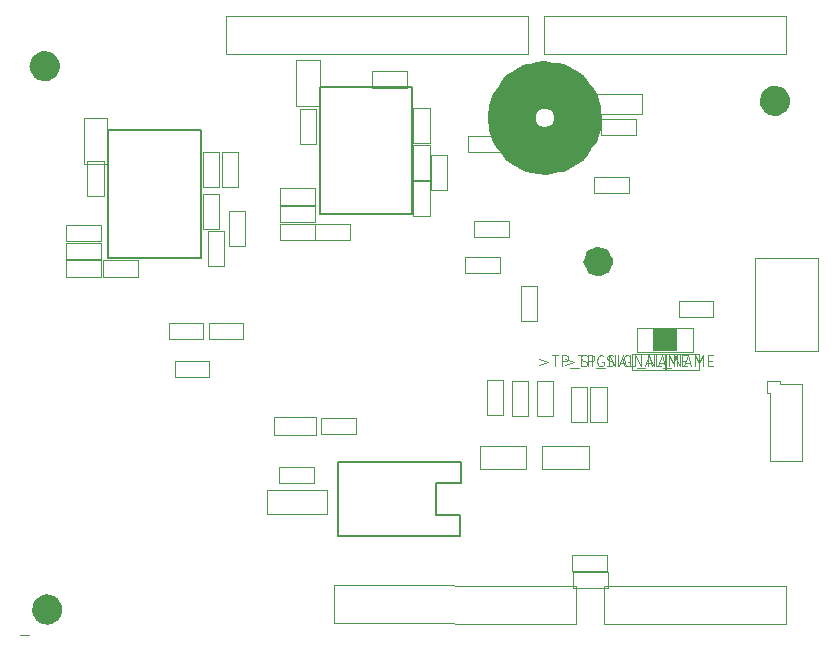
<source format=gbr>
%TF.GenerationSoftware,KiCad,Pcbnew,5.1.6-c6e7f7d~87~ubuntu20.04.1*%
%TF.CreationDate,2020-07-24T19:51:26+01:00*%
%TF.ProjectId,ETAG_GEN3,45544147-5f47-4454-9e33-2e6b69636164,rev?*%
%TF.SameCoordinates,Original*%
%TF.FileFunction,OtherDrawing,Comment*%
%FSLAX46Y46*%
G04 Gerber Fmt 4.6, Leading zero omitted, Abs format (unit mm)*
G04 Created by KiCad (PCBNEW 5.1.6-c6e7f7d~87~ubuntu20.04.1) date 2020-07-24 19:51:26*
%MOMM*%
%LPD*%
G01*
G04 APERTURE LIST*
%ADD10C,0.002032*%
%ADD11C,4.064000*%
%ADD12C,0.050000*%
%ADD13C,2.184400*%
%ADD14C,0.127000*%
%ADD15C,0.050800*%
%ADD16C,1.270000*%
%ADD17C,0.100000*%
%ADD18C,0.199800*%
%ADD19C,0.080000*%
G04 APERTURE END LIST*
D10*
X114218166Y-131735950D02*
X114218166Y-131711820D01*
X114223911Y-131711820D01*
X114227358Y-131712970D01*
X114229656Y-131715268D01*
X114230805Y-131717566D01*
X114231954Y-131722162D01*
X114231954Y-131725609D01*
X114230805Y-131730205D01*
X114229656Y-131732503D01*
X114227358Y-131734801D01*
X114223911Y-131735950D01*
X114218166Y-131735950D01*
X114242296Y-131733652D02*
X114243445Y-131734801D01*
X114242296Y-131735950D01*
X114241146Y-131734801D01*
X114242296Y-131733652D01*
X114242296Y-131735950D01*
X114242296Y-131721013D02*
X114243445Y-131722162D01*
X114242296Y-131723311D01*
X114241146Y-131722162D01*
X114242296Y-131721013D01*
X114242296Y-131723311D01*
X114271022Y-131710671D02*
X114250339Y-131741696D01*
X114277916Y-131734801D02*
X114281363Y-131735950D01*
X114287108Y-131735950D01*
X114289406Y-131734801D01*
X114290556Y-131733652D01*
X114291705Y-131731354D01*
X114291705Y-131729056D01*
X114290556Y-131726758D01*
X114289406Y-131725609D01*
X114287108Y-131724460D01*
X114282512Y-131723311D01*
X114280214Y-131722162D01*
X114279065Y-131721013D01*
X114277916Y-131718715D01*
X114277916Y-131716417D01*
X114279065Y-131714119D01*
X114280214Y-131712970D01*
X114282512Y-131711820D01*
X114288257Y-131711820D01*
X114291705Y-131712970D01*
X114302046Y-131735950D02*
X114302046Y-131719864D01*
X114302046Y-131722162D02*
X114303195Y-131721013D01*
X114305493Y-131719864D01*
X114308940Y-131719864D01*
X114311238Y-131721013D01*
X114312387Y-131723311D01*
X114312387Y-131735950D01*
X114312387Y-131723311D02*
X114313536Y-131721013D01*
X114315835Y-131719864D01*
X114319282Y-131719864D01*
X114321580Y-131721013D01*
X114322729Y-131723311D01*
X114322729Y-131735950D01*
X114344561Y-131735950D02*
X114344561Y-131723311D01*
X114343412Y-131721013D01*
X114341114Y-131719864D01*
X114336517Y-131719864D01*
X114334219Y-131721013D01*
X114344561Y-131734801D02*
X114342263Y-131735950D01*
X114336517Y-131735950D01*
X114334219Y-131734801D01*
X114333070Y-131732503D01*
X114333070Y-131730205D01*
X114334219Y-131727907D01*
X114336517Y-131726758D01*
X114342263Y-131726758D01*
X114344561Y-131725609D01*
X114356051Y-131735950D02*
X114356051Y-131719864D01*
X114356051Y-131724460D02*
X114357200Y-131722162D01*
X114358349Y-131721013D01*
X114360647Y-131719864D01*
X114362946Y-131719864D01*
X114367542Y-131719864D02*
X114376734Y-131719864D01*
X114370989Y-131711820D02*
X114370989Y-131732503D01*
X114372138Y-131734801D01*
X114374436Y-131735950D01*
X114376734Y-131735950D01*
X114384777Y-131735950D02*
X114384777Y-131711820D01*
X114393970Y-131711820D01*
X114396268Y-131712970D01*
X114397417Y-131714119D01*
X114398566Y-131716417D01*
X114398566Y-131719864D01*
X114397417Y-131722162D01*
X114396268Y-131723311D01*
X114393970Y-131724460D01*
X114384777Y-131724460D01*
X114408907Y-131735950D02*
X114408907Y-131719864D01*
X114408907Y-131724460D02*
X114410056Y-131722162D01*
X114411206Y-131721013D01*
X114413504Y-131719864D01*
X114415802Y-131719864D01*
X114427292Y-131735950D02*
X114424994Y-131734801D01*
X114423845Y-131733652D01*
X114422696Y-131731354D01*
X114422696Y-131724460D01*
X114423845Y-131722162D01*
X114424994Y-131721013D01*
X114427292Y-131719864D01*
X114430739Y-131719864D01*
X114433037Y-131721013D01*
X114434186Y-131722162D01*
X114435336Y-131724460D01*
X114435336Y-131731354D01*
X114434186Y-131733652D01*
X114433037Y-131734801D01*
X114430739Y-131735950D01*
X114427292Y-131735950D01*
X114445677Y-131719864D02*
X114445677Y-131740547D01*
X114444528Y-131742845D01*
X114442230Y-131743994D01*
X114441081Y-131743994D01*
X114445677Y-131711820D02*
X114444528Y-131712970D01*
X114445677Y-131714119D01*
X114446826Y-131712970D01*
X114445677Y-131711820D01*
X114445677Y-131714119D01*
X114466360Y-131734801D02*
X114464062Y-131735950D01*
X114459466Y-131735950D01*
X114457167Y-131734801D01*
X114456018Y-131732503D01*
X114456018Y-131723311D01*
X114457167Y-131721013D01*
X114459466Y-131719864D01*
X114464062Y-131719864D01*
X114466360Y-131721013D01*
X114467509Y-131723311D01*
X114467509Y-131725609D01*
X114456018Y-131727907D01*
X114488192Y-131734801D02*
X114485894Y-131735950D01*
X114481297Y-131735950D01*
X114478999Y-131734801D01*
X114477850Y-131733652D01*
X114476701Y-131731354D01*
X114476701Y-131724460D01*
X114477850Y-131722162D01*
X114478999Y-131721013D01*
X114481297Y-131719864D01*
X114485894Y-131719864D01*
X114488192Y-131721013D01*
X114495086Y-131719864D02*
X114504278Y-131719864D01*
X114498533Y-131711820D02*
X114498533Y-131732503D01*
X114499682Y-131734801D01*
X114501980Y-131735950D01*
X114504278Y-131735950D01*
X114511173Y-131734801D02*
X114513471Y-131735950D01*
X114518067Y-131735950D01*
X114520365Y-131734801D01*
X114521514Y-131732503D01*
X114521514Y-131731354D01*
X114520365Y-131729056D01*
X114518067Y-131727907D01*
X114514620Y-131727907D01*
X114512322Y-131726758D01*
X114511173Y-131724460D01*
X114511173Y-131723311D01*
X114512322Y-131721013D01*
X114514620Y-131719864D01*
X114518067Y-131719864D01*
X114520365Y-131721013D01*
X114549091Y-131710671D02*
X114528408Y-131741696D01*
X114555986Y-131734801D02*
X114559433Y-131735950D01*
X114565178Y-131735950D01*
X114567476Y-131734801D01*
X114568625Y-131733652D01*
X114569774Y-131731354D01*
X114569774Y-131729056D01*
X114568625Y-131726758D01*
X114567476Y-131725609D01*
X114565178Y-131724460D01*
X114560582Y-131723311D01*
X114558284Y-131722162D01*
X114557135Y-131721013D01*
X114555986Y-131718715D01*
X114555986Y-131716417D01*
X114557135Y-131714119D01*
X114558284Y-131712970D01*
X114560582Y-131711820D01*
X114566327Y-131711820D01*
X114569774Y-131712970D01*
X114580116Y-131719864D02*
X114580116Y-131735950D01*
X114580116Y-131722162D02*
X114581265Y-131721013D01*
X114583563Y-131719864D01*
X114587010Y-131719864D01*
X114589308Y-131721013D01*
X114590457Y-131723311D01*
X114590457Y-131735950D01*
X114612289Y-131734801D02*
X114609991Y-131735950D01*
X114605395Y-131735950D01*
X114603096Y-131734801D01*
X114601947Y-131733652D01*
X114600798Y-131731354D01*
X114600798Y-131724460D01*
X114601947Y-131722162D01*
X114603096Y-131721013D01*
X114605395Y-131719864D01*
X114609991Y-131719864D01*
X114612289Y-131721013D01*
X114639866Y-131710671D02*
X114619183Y-131741696D01*
X114658251Y-131735950D02*
X114658251Y-131723311D01*
X114657102Y-131721013D01*
X114654804Y-131719864D01*
X114650207Y-131719864D01*
X114647909Y-131721013D01*
X114658251Y-131734801D02*
X114655953Y-131735950D01*
X114650207Y-131735950D01*
X114647909Y-131734801D01*
X114646760Y-131732503D01*
X114646760Y-131730205D01*
X114647909Y-131727907D01*
X114650207Y-131726758D01*
X114655953Y-131726758D01*
X114658251Y-131725609D01*
X114680083Y-131719864D02*
X114680083Y-131735950D01*
X114674337Y-131710671D02*
X114668592Y-131727907D01*
X114683530Y-131727907D01*
X114686977Y-131738249D02*
X114705362Y-131738249D01*
X114711107Y-131735950D02*
X114711107Y-131711820D01*
X114711107Y-131721013D02*
X114713405Y-131719864D01*
X114718001Y-131719864D01*
X114720299Y-131721013D01*
X114721448Y-131722162D01*
X114722597Y-131724460D01*
X114722597Y-131731354D01*
X114721448Y-131733652D01*
X114720299Y-131734801D01*
X114718001Y-131735950D01*
X114713405Y-131735950D01*
X114711107Y-131734801D01*
X114732939Y-131719864D02*
X114732939Y-131735950D01*
X114732939Y-131722162D02*
X114734088Y-131721013D01*
X114736386Y-131719864D01*
X114739833Y-131719864D01*
X114742131Y-131721013D01*
X114743280Y-131723311D01*
X114743280Y-131735950D01*
X114749026Y-131738249D02*
X114767410Y-131738249D01*
X114776603Y-131735950D02*
X114774305Y-131734801D01*
X114773156Y-131732503D01*
X114773156Y-131711820D01*
X114789242Y-131735950D02*
X114786944Y-131734801D01*
X114785795Y-131733652D01*
X114784646Y-131731354D01*
X114784646Y-131724460D01*
X114785795Y-131722162D01*
X114786944Y-131721013D01*
X114789242Y-131719864D01*
X114792689Y-131719864D01*
X114794987Y-131721013D01*
X114796136Y-131722162D01*
X114797286Y-131724460D01*
X114797286Y-131731354D01*
X114796136Y-131733652D01*
X114794987Y-131734801D01*
X114792689Y-131735950D01*
X114789242Y-131735950D01*
X114817968Y-131719864D02*
X114817968Y-131739398D01*
X114816819Y-131741696D01*
X114815670Y-131742845D01*
X114813372Y-131743994D01*
X114809925Y-131743994D01*
X114807627Y-131742845D01*
X114817968Y-131734801D02*
X114815670Y-131735950D01*
X114811074Y-131735950D01*
X114808776Y-131734801D01*
X114807627Y-131733652D01*
X114806478Y-131731354D01*
X114806478Y-131724460D01*
X114807627Y-131722162D01*
X114808776Y-131721013D01*
X114811074Y-131719864D01*
X114815670Y-131719864D01*
X114817968Y-131721013D01*
X114832906Y-131735950D02*
X114830608Y-131734801D01*
X114829459Y-131733652D01*
X114828310Y-131731354D01*
X114828310Y-131724460D01*
X114829459Y-131722162D01*
X114830608Y-131721013D01*
X114832906Y-131719864D01*
X114836353Y-131719864D01*
X114838651Y-131721013D01*
X114839800Y-131722162D01*
X114840949Y-131724460D01*
X114840949Y-131731354D01*
X114839800Y-131733652D01*
X114838651Y-131734801D01*
X114836353Y-131735950D01*
X114832906Y-131735950D01*
X114850142Y-131714119D02*
X114851291Y-131712970D01*
X114853589Y-131711820D01*
X114859334Y-131711820D01*
X114861632Y-131712970D01*
X114862781Y-131714119D01*
X114863930Y-131716417D01*
X114863930Y-131718715D01*
X114862781Y-131722162D01*
X114848993Y-131735950D01*
X114863930Y-131735950D01*
X114874272Y-131733652D02*
X114875421Y-131734801D01*
X114874272Y-131735950D01*
X114873123Y-131734801D01*
X114874272Y-131733652D01*
X114874272Y-131735950D01*
X114885762Y-131735950D02*
X114885762Y-131711820D01*
X114885762Y-131721013D02*
X114888060Y-131719864D01*
X114892656Y-131719864D01*
X114894955Y-131721013D01*
X114896104Y-131722162D01*
X114897253Y-131724460D01*
X114897253Y-131731354D01*
X114896104Y-131733652D01*
X114894955Y-131734801D01*
X114892656Y-131735950D01*
X114888060Y-131735950D01*
X114885762Y-131734801D01*
X114907594Y-131735950D02*
X114907594Y-131719864D01*
X114907594Y-131722162D02*
X114908743Y-131721013D01*
X114911041Y-131719864D01*
X114914488Y-131719864D01*
X114916786Y-131721013D01*
X114917936Y-131723311D01*
X114917936Y-131735950D01*
X114917936Y-131723311D02*
X114919085Y-131721013D01*
X114921383Y-131719864D01*
X114924830Y-131719864D01*
X114927128Y-131721013D01*
X114928277Y-131723311D01*
X114928277Y-131735950D01*
X114939767Y-131719864D02*
X114939767Y-131743994D01*
X114939767Y-131721013D02*
X114942066Y-131719864D01*
X114946662Y-131719864D01*
X114948960Y-131721013D01*
X114950109Y-131722162D01*
X114951258Y-131724460D01*
X114951258Y-131731354D01*
X114950109Y-131733652D01*
X114948960Y-131734801D01*
X114946662Y-131735950D01*
X114942066Y-131735950D01*
X114939767Y-131734801D01*
D11*
X161455100Y-87923600D02*
G75*
G03*
X161455100Y-87923600I-2794000J0D01*
G01*
D12*
%TO.C,ICSP6*%
X176458100Y-99803600D02*
X181768100Y-99803600D01*
X176458100Y-107663600D02*
X176458100Y-99803600D01*
X181768100Y-107663600D02*
X176458100Y-107663600D01*
X181768100Y-99803600D02*
X181768100Y-107663600D01*
%TO.C,HDR_IOL1*%
X179091100Y-79303600D02*
X179091100Y-82503600D01*
X158551100Y-79273600D02*
X179091100Y-79303600D01*
X158551100Y-82473600D02*
X158551100Y-79273600D01*
X179091100Y-82503600D02*
X158551100Y-82473600D01*
%TO.C,HDR_IOH1*%
X157237100Y-79273600D02*
X157237100Y-82473600D01*
X131637100Y-79273600D02*
X157237100Y-79273600D01*
X131637100Y-82473600D02*
X131637100Y-79273600D01*
X157237100Y-82473600D02*
X131637100Y-82473600D01*
%TO.C,HDR_AD1*%
X163631100Y-130733600D02*
X163631100Y-127533600D01*
X179091100Y-130733600D02*
X163631100Y-130733600D01*
X179091100Y-127533600D02*
X179091100Y-130733600D01*
X163631100Y-127533600D02*
X179091100Y-127533600D01*
D13*
%TO.C,FD1*%
X116510100Y-83542600D02*
G75*
G03*
X116510100Y-83542600I-200000J0D01*
G01*
%TO.C,FD2*%
X116716100Y-129547600D02*
G75*
G03*
X116716100Y-129547600I-200000J0D01*
G01*
%TO.C,FD3*%
X178333100Y-86482600D02*
G75*
G03*
X178333100Y-86482600I-200000J0D01*
G01*
D14*
%TO.C,RESET1*%
X151524100Y-117064600D02*
X141134100Y-117064600D01*
X151524100Y-118834600D02*
X151524100Y-117064600D01*
X149484100Y-118834600D02*
X151524100Y-118834600D01*
X149484100Y-121574600D02*
X149484100Y-118834600D01*
X151514100Y-121574600D02*
X149484100Y-121574600D01*
X151514100Y-123354600D02*
X151514100Y-121574600D01*
X141134100Y-123354600D02*
X151514100Y-123354600D01*
X141134100Y-117064600D02*
X141134100Y-123354600D01*
D12*
%TO.C,HDR_POWER1*%
X140771100Y-130703600D02*
X140771100Y-127503600D01*
X161311100Y-130733600D02*
X140771100Y-130703600D01*
X161311100Y-127533600D02*
X161311100Y-130733600D01*
X140771100Y-127503600D02*
X161311100Y-127533600D01*
D15*
%TO.C,D1*%
X135154100Y-121495000D02*
X135154100Y-119412200D01*
X140234100Y-121495000D02*
X135154100Y-121495000D01*
X140234100Y-119412200D02*
X140234100Y-121495000D01*
X135154100Y-119412200D02*
X140234100Y-119412200D01*
D16*
%TO.C,MCU1*%
X163816100Y-100081800D02*
G75*
G03*
X163816100Y-100081800I-635000J0D01*
G01*
D15*
%TO.C,C11*%
X160896700Y-110744200D02*
X162262700Y-110744200D01*
X160896700Y-113690200D02*
X160896700Y-110744200D01*
X162262700Y-113690200D02*
X160896700Y-113690200D01*
X162262700Y-110744200D02*
X162262700Y-113690200D01*
%TO.C,C5*%
X157962400Y-105096000D02*
X156596400Y-105096000D01*
X157962400Y-102150000D02*
X157962400Y-105096000D01*
X156596400Y-102150000D02*
X157962400Y-102150000D01*
X156596400Y-105096000D02*
X156596400Y-102150000D01*
%TO.C,C6*%
X172928300Y-103452800D02*
X172928300Y-104818800D01*
X169982300Y-103452800D02*
X172928300Y-103452800D01*
X169982300Y-104818800D02*
X169982300Y-103452800D01*
X172928300Y-104818800D02*
X169982300Y-104818800D01*
%TO.C,Y4*%
X166431100Y-107766600D02*
X166431100Y-105696600D01*
X171211100Y-107766600D02*
X166431100Y-107766600D01*
X171211100Y-105696600D02*
X171211100Y-107766600D01*
X166431100Y-105696600D02*
X171211100Y-105696600D01*
D17*
G36*
X167821100Y-107636600D02*
G01*
X169821100Y-107636600D01*
X169821100Y-105836600D01*
X167821100Y-105836600D01*
X167821100Y-107636600D01*
G37*
G36*
X167821100Y-107636600D02*
G01*
X169821100Y-107636600D01*
X169821100Y-105836600D01*
X167821100Y-105836600D01*
X167821100Y-107636600D01*
G37*
G36*
X167821100Y-107636600D02*
G01*
X169821100Y-107636600D01*
X169821100Y-105836600D01*
X167821100Y-105836600D01*
X167821100Y-107636600D01*
G37*
D15*
%TO.C,C9*%
X168945100Y-107931600D02*
X168945100Y-109297600D01*
X165999100Y-107931600D02*
X168945100Y-107931600D01*
X165999100Y-109297600D02*
X165999100Y-107931600D01*
X168945100Y-109297600D02*
X165999100Y-109297600D01*
%TO.C,C10*%
X168797100Y-109297600D02*
X168797100Y-107931600D01*
X171743100Y-109297600D02*
X168797100Y-109297600D01*
X171743100Y-107931600D02*
X171743100Y-109297600D01*
X168797100Y-107931600D02*
X171743100Y-107931600D01*
%TO.C,LED1*%
X135713750Y-113280650D02*
X139282450Y-113280650D01*
X135713750Y-114760200D02*
X135713750Y-113280650D01*
X139282450Y-114760200D02*
X135713750Y-114760200D01*
X139282450Y-113280650D02*
X139282450Y-114760200D01*
%TO.C,RP_SCL1*%
X155595100Y-96637600D02*
X155595100Y-98003600D01*
X152649100Y-96637600D02*
X155595100Y-96637600D01*
X152649100Y-98003600D02*
X152649100Y-96637600D01*
X155595100Y-98003600D02*
X152649100Y-98003600D01*
%TO.C,RP_SDA1*%
X154870100Y-99709600D02*
X154870100Y-101075600D01*
X151924100Y-99709600D02*
X154870100Y-99709600D01*
X151924100Y-101075600D02*
X151924100Y-99709600D01*
X154870100Y-101075600D02*
X151924100Y-101075600D01*
%TO.C,C7*%
X126803300Y-106645200D02*
X126803300Y-105279200D01*
X129749300Y-106645200D02*
X126803300Y-106645200D01*
X129749300Y-105279200D02*
X129749300Y-106645200D01*
X126803300Y-105279200D02*
X129749300Y-105279200D01*
%TO.C,C1*%
X162520500Y-110717800D02*
X163886500Y-110717800D01*
X162520500Y-113663800D02*
X162520500Y-110717800D01*
X163886500Y-113663800D02*
X162520500Y-113663800D01*
X163886500Y-110717800D02*
X163886500Y-113663800D01*
%TO.C,R4*%
X139096100Y-117481600D02*
X139096100Y-118847600D01*
X136150100Y-117481600D02*
X139096100Y-117481600D01*
X136150100Y-118847600D02*
X136150100Y-117481600D01*
X139096100Y-118847600D02*
X136150100Y-118847600D01*
%TO.C,C2*%
X162812100Y-94260600D02*
X162812100Y-92894600D01*
X165758100Y-94260600D02*
X162812100Y-94260600D01*
X165758100Y-92894600D02*
X165758100Y-94260600D01*
X162812100Y-92894600D02*
X165758100Y-92894600D01*
%TO.C,C3*%
X163419100Y-89401600D02*
X163419100Y-88035600D01*
X166365100Y-89401600D02*
X163419100Y-89401600D01*
X166365100Y-88035600D02*
X166365100Y-89401600D01*
X163419100Y-88035600D02*
X166365100Y-88035600D01*
%TO.C,CREF1*%
X162044100Y-87565600D02*
X162044100Y-85885600D01*
X166924100Y-87565600D02*
X162044100Y-87565600D01*
X166924100Y-85885600D02*
X166924100Y-87565600D01*
X162044100Y-85885600D02*
X166924100Y-85885600D01*
%TO.C,R2*%
X155854100Y-110189600D02*
X157220100Y-110189600D01*
X155854100Y-113135600D02*
X155854100Y-110189600D01*
X157220100Y-113135600D02*
X155854100Y-113135600D01*
X157220100Y-110189600D02*
X157220100Y-113135600D01*
%TO.C,C8*%
X157978100Y-110189600D02*
X159344100Y-110189600D01*
X157978100Y-113135600D02*
X157978100Y-110189600D01*
X159344100Y-113135600D02*
X157978100Y-113135600D01*
X159344100Y-110189600D02*
X159344100Y-113135600D01*
D12*
%TO.C,ICSP10*%
X177758100Y-111213600D02*
X177508100Y-111213600D01*
X177748100Y-116933600D02*
X177758100Y-111213600D01*
X180458100Y-116933600D02*
X177748100Y-116933600D01*
X180468100Y-110413600D02*
X180458100Y-116933600D01*
X178558100Y-110413600D02*
X180468100Y-110413600D01*
X178558100Y-110173600D02*
X178558100Y-110413600D01*
X177508100Y-110173600D02*
X178558100Y-110173600D01*
X177508100Y-111213600D02*
X177508100Y-110173600D01*
D15*
%TO.C,R1*%
X139724100Y-114711600D02*
X139724100Y-113345600D01*
X142670100Y-114711600D02*
X139724100Y-114711600D01*
X142670100Y-113345600D02*
X142670100Y-114711600D01*
X139724100Y-113345600D02*
X142670100Y-113345600D01*
%TO.C,RP_INT1*%
X155072100Y-89428600D02*
X155072100Y-90794600D01*
X152126100Y-89428600D02*
X155072100Y-89428600D01*
X152126100Y-90794600D02*
X152126100Y-89428600D01*
X155072100Y-90794600D02*
X152126100Y-90794600D01*
%TO.C,VDIV2*%
X163931100Y-124897600D02*
X163931100Y-126263600D01*
X160985100Y-124897600D02*
X163931100Y-124897600D01*
X160985100Y-126263600D02*
X160985100Y-124897600D01*
X163931100Y-126263600D02*
X160985100Y-126263600D01*
%TO.C,VDIV1*%
X161018100Y-127754600D02*
X161018100Y-126388600D01*
X163964100Y-127754600D02*
X161018100Y-127754600D01*
X163964100Y-126388600D02*
X163964100Y-127754600D01*
X161018100Y-126388600D02*
X163964100Y-126388600D01*
%TO.C,C5V1*%
X157084100Y-115690600D02*
X157084100Y-117656600D01*
X153138100Y-117656600D02*
X153138100Y-115690600D01*
X157084100Y-117656600D02*
X153138100Y-117656600D01*
X153138100Y-115690600D02*
X157084100Y-115690600D01*
%TO.C,C3.3V1*%
X158438100Y-117656600D02*
X158438100Y-115690600D01*
X162384100Y-115690600D02*
X162384100Y-117656600D01*
X158438100Y-115690600D02*
X162384100Y-115690600D01*
X162384100Y-117656600D02*
X158438100Y-117656600D01*
D18*
%TO.C,RFA1*%
X147411100Y-96068600D02*
X139611100Y-96068600D01*
X139611100Y-85278600D02*
X147411100Y-85278600D01*
X139611100Y-96068600D02*
X139611100Y-85278600D01*
X147411100Y-85278600D02*
X147411100Y-96068600D01*
D15*
%TO.C,CFCAPA1*%
X144038100Y-85356600D02*
X144038100Y-83990600D01*
X146984100Y-85356600D02*
X144038100Y-85356600D01*
X146984100Y-83990600D02*
X146984100Y-85356600D01*
X144038100Y-83990600D02*
X146984100Y-83990600D01*
%TO.C,CDC2*%
X147528100Y-87100600D02*
X148894100Y-87100600D01*
X147528100Y-90046600D02*
X147528100Y-87100600D01*
X148894100Y-90046600D02*
X147528100Y-90046600D01*
X148894100Y-87100600D02*
X148894100Y-90046600D01*
%TO.C,CDECA1*%
X147528100Y-93300600D02*
X148894100Y-93300600D01*
X147528100Y-96246600D02*
X147528100Y-93300600D01*
X148894100Y-96246600D02*
X147528100Y-96246600D01*
X148894100Y-93300600D02*
X148894100Y-96246600D01*
%TO.C,CAGNDA1*%
X148894100Y-93146600D02*
X147528100Y-93146600D01*
X148894100Y-90200600D02*
X148894100Y-93146600D01*
X147528100Y-90200600D02*
X148894100Y-90200600D01*
X147528100Y-93146600D02*
X147528100Y-90200600D01*
%TO.C,CRES1A1*%
X139184100Y-93890600D02*
X139184100Y-95256600D01*
X136238100Y-93890600D02*
X139184100Y-93890600D01*
X136238100Y-95256600D02*
X136238100Y-93890600D01*
X139184100Y-95256600D02*
X136238100Y-95256600D01*
%TO.C,CDIV1A1*%
X136238100Y-98256600D02*
X136238100Y-96890600D01*
X139184100Y-98256600D02*
X136238100Y-98256600D01*
X139184100Y-96890600D02*
X139184100Y-98256600D01*
X136238100Y-96890600D02*
X139184100Y-96890600D01*
%TO.C,CDIV2A1*%
X139238100Y-98256600D02*
X139238100Y-96890600D01*
X142184100Y-98256600D02*
X139238100Y-98256600D01*
X142184100Y-96890600D02*
X142184100Y-98256600D01*
X139238100Y-96890600D02*
X142184100Y-96890600D01*
%TO.C,RAA1*%
X139594100Y-86946600D02*
X137628100Y-86946600D01*
X137628100Y-83000600D02*
X139594100Y-83000600D01*
X137628100Y-86946600D02*
X137628100Y-83000600D01*
X139594100Y-83000600D02*
X139594100Y-86946600D01*
%TO.C,CBLKA1*%
X150394100Y-94046600D02*
X149028100Y-94046600D01*
X150394100Y-91100600D02*
X150394100Y-94046600D01*
X149028100Y-91100600D02*
X150394100Y-91100600D01*
X149028100Y-94046600D02*
X149028100Y-91100600D01*
D18*
%TO.C,RFB1*%
X129511100Y-99768600D02*
X121711100Y-99768600D01*
X121711100Y-88978600D02*
X129511100Y-88978600D01*
X121711100Y-99768600D02*
X121711100Y-88978600D01*
X129511100Y-88978600D02*
X129511100Y-99768600D01*
D15*
%TO.C,CFCAPB1*%
X129728100Y-90800600D02*
X131094100Y-90800600D01*
X129728100Y-93746600D02*
X129728100Y-90800600D01*
X131094100Y-93746600D02*
X129728100Y-93746600D01*
X131094100Y-90800600D02*
X131094100Y-93746600D01*
%TO.C,CDCB1*%
X131328100Y-90800600D02*
X132694100Y-90800600D01*
X131328100Y-93746600D02*
X131328100Y-90800600D01*
X132694100Y-93746600D02*
X131328100Y-93746600D01*
X132694100Y-90800600D02*
X132694100Y-93746600D01*
%TO.C,CDECB1*%
X130128100Y-97500600D02*
X131494100Y-97500600D01*
X130128100Y-100446600D02*
X130128100Y-97500600D01*
X131494100Y-100446600D02*
X130128100Y-100446600D01*
X131494100Y-97500600D02*
X131494100Y-100446600D01*
%TO.C,CAGNDB1*%
X131094100Y-97346600D02*
X129728100Y-97346600D01*
X131094100Y-94400600D02*
X131094100Y-97346600D01*
X129728100Y-94400600D02*
X131094100Y-94400600D01*
X129728100Y-97346600D02*
X129728100Y-94400600D01*
%TO.C,CRES1B1*%
X121084100Y-96990600D02*
X121084100Y-98356600D01*
X118138100Y-96990600D02*
X121084100Y-96990600D01*
X118138100Y-98356600D02*
X118138100Y-96990600D01*
X121084100Y-98356600D02*
X118138100Y-98356600D01*
%TO.C,CDIV1B1*%
X118138100Y-101356600D02*
X118138100Y-99990600D01*
X121084100Y-101356600D02*
X118138100Y-101356600D01*
X121084100Y-99990600D02*
X121084100Y-101356600D01*
X118138100Y-99990600D02*
X121084100Y-99990600D01*
%TO.C,CDIV2B1*%
X121238100Y-101356600D02*
X121238100Y-99990600D01*
X124184100Y-101356600D02*
X121238100Y-101356600D01*
X124184100Y-99990600D02*
X124184100Y-101356600D01*
X121238100Y-99990600D02*
X124184100Y-99990600D01*
%TO.C,RAB1*%
X119628100Y-87900600D02*
X121594100Y-87900600D01*
X119628100Y-91846600D02*
X119628100Y-87900600D01*
X121594100Y-91846600D02*
X119628100Y-91846600D01*
X121594100Y-87900600D02*
X121594100Y-91846600D01*
%TO.C,CBLKB1*%
X133294100Y-98746600D02*
X131928100Y-98746600D01*
X133294100Y-95800600D02*
X133294100Y-98746600D01*
X131928100Y-95800600D02*
X133294100Y-95800600D01*
X131928100Y-98746600D02*
X131928100Y-95800600D01*
%TO.C,CXB1*%
X119928100Y-91600600D02*
X121294100Y-91600600D01*
X119928100Y-94546600D02*
X119928100Y-91600600D01*
X121294100Y-94546600D02*
X119928100Y-94546600D01*
X121294100Y-91600600D02*
X121294100Y-94546600D01*
%TO.C,CRES2B1*%
X121084100Y-98490600D02*
X121084100Y-99856600D01*
X118138100Y-98490600D02*
X121084100Y-98490600D01*
X118138100Y-99856600D02*
X118138100Y-98490600D01*
X121084100Y-99856600D02*
X118138100Y-99856600D01*
%TO.C,CRES2A1*%
X139184100Y-95390600D02*
X139184100Y-96756600D01*
X136238100Y-95390600D02*
X139184100Y-95390600D01*
X136238100Y-96756600D02*
X136238100Y-95390600D01*
X139184100Y-96756600D02*
X136238100Y-96756600D01*
%TO.C,Z5*%
X127303100Y-109875100D02*
X127303100Y-108509100D01*
X130249100Y-109875100D02*
X127303100Y-109875100D01*
X130249100Y-108509100D02*
X130249100Y-109875100D01*
X127303100Y-108509100D02*
X130249100Y-108509100D01*
%TO.C,Z6*%
X130183100Y-106674600D02*
X130183100Y-105308600D01*
X133129100Y-106674600D02*
X130183100Y-106674600D01*
X133129100Y-105308600D02*
X133129100Y-106674600D01*
X130183100Y-105308600D02*
X133129100Y-105308600D01*
%TO.C,CXA1*%
X137928100Y-87200600D02*
X139294100Y-87200600D01*
X137928100Y-90146600D02*
X137928100Y-87200600D01*
X139294100Y-90146600D02*
X137928100Y-90146600D01*
X139294100Y-87200600D02*
X139294100Y-90146600D01*
%TO.C,R3*%
X153721100Y-110138600D02*
X155087100Y-110138600D01*
X153721100Y-113084600D02*
X153721100Y-110138600D01*
X155087100Y-113084600D02*
X153721100Y-113084600D01*
X155087100Y-110138600D02*
X155087100Y-113084600D01*
%TD*%
%TO.C,TP1*%
D19*
X160389290Y-108335028D02*
X161113100Y-108606457D01*
X160389290Y-108877885D01*
X161429766Y-108018361D02*
X161972623Y-108018361D01*
X161701195Y-108968361D02*
X161701195Y-108018361D01*
X162289290Y-108968361D02*
X162289290Y-108018361D01*
X162651195Y-108018361D01*
X162741671Y-108063600D01*
X162786909Y-108108838D01*
X162832147Y-108199314D01*
X162832147Y-108335028D01*
X162786909Y-108425504D01*
X162741671Y-108470742D01*
X162651195Y-108515980D01*
X162289290Y-108515980D01*
X163013100Y-109058838D02*
X163736909Y-109058838D01*
X163917861Y-108923123D02*
X164053576Y-108968361D01*
X164279766Y-108968361D01*
X164370242Y-108923123D01*
X164415480Y-108877885D01*
X164460719Y-108787409D01*
X164460719Y-108696933D01*
X164415480Y-108606457D01*
X164370242Y-108561219D01*
X164279766Y-108515980D01*
X164098814Y-108470742D01*
X164008338Y-108425504D01*
X163963100Y-108380266D01*
X163917861Y-108289790D01*
X163917861Y-108199314D01*
X163963100Y-108108838D01*
X164008338Y-108063600D01*
X164098814Y-108018361D01*
X164325004Y-108018361D01*
X164460719Y-108063600D01*
X164867861Y-108968361D02*
X164867861Y-108018361D01*
X165817861Y-108063600D02*
X165727385Y-108018361D01*
X165591671Y-108018361D01*
X165455957Y-108063600D01*
X165365480Y-108154076D01*
X165320242Y-108244552D01*
X165275004Y-108425504D01*
X165275004Y-108561219D01*
X165320242Y-108742171D01*
X165365480Y-108832647D01*
X165455957Y-108923123D01*
X165591671Y-108968361D01*
X165682147Y-108968361D01*
X165817861Y-108923123D01*
X165863100Y-108877885D01*
X165863100Y-108561219D01*
X165682147Y-108561219D01*
X166270242Y-108968361D02*
X166270242Y-108018361D01*
X166813100Y-108968361D01*
X166813100Y-108018361D01*
X167220242Y-108696933D02*
X167672623Y-108696933D01*
X167129766Y-108968361D02*
X167446433Y-108018361D01*
X167763100Y-108968361D01*
X168532147Y-108968361D02*
X168079766Y-108968361D01*
X168079766Y-108018361D01*
X168622623Y-109058838D02*
X169346433Y-109058838D01*
X169572623Y-108968361D02*
X169572623Y-108018361D01*
X170115480Y-108968361D01*
X170115480Y-108018361D01*
X170522623Y-108696933D02*
X170975004Y-108696933D01*
X170432147Y-108968361D02*
X170748814Y-108018361D01*
X171065480Y-108968361D01*
X171382147Y-108968361D02*
X171382147Y-108018361D01*
X171698814Y-108696933D01*
X172015480Y-108018361D01*
X172015480Y-108968361D01*
X172467861Y-108470742D02*
X172784528Y-108470742D01*
X172920242Y-108968361D02*
X172467861Y-108968361D01*
X172467861Y-108018361D01*
X172920242Y-108018361D01*
%TO.C,TP2*%
X158189290Y-108335028D02*
X158913100Y-108606457D01*
X158189290Y-108877885D01*
X159229766Y-108018361D02*
X159772623Y-108018361D01*
X159501195Y-108968361D02*
X159501195Y-108018361D01*
X160089290Y-108968361D02*
X160089290Y-108018361D01*
X160451195Y-108018361D01*
X160541671Y-108063600D01*
X160586909Y-108108838D01*
X160632147Y-108199314D01*
X160632147Y-108335028D01*
X160586909Y-108425504D01*
X160541671Y-108470742D01*
X160451195Y-108515980D01*
X160089290Y-108515980D01*
X160813100Y-109058838D02*
X161536909Y-109058838D01*
X161717861Y-108923123D02*
X161853576Y-108968361D01*
X162079766Y-108968361D01*
X162170242Y-108923123D01*
X162215480Y-108877885D01*
X162260719Y-108787409D01*
X162260719Y-108696933D01*
X162215480Y-108606457D01*
X162170242Y-108561219D01*
X162079766Y-108515980D01*
X161898814Y-108470742D01*
X161808338Y-108425504D01*
X161763100Y-108380266D01*
X161717861Y-108289790D01*
X161717861Y-108199314D01*
X161763100Y-108108838D01*
X161808338Y-108063600D01*
X161898814Y-108018361D01*
X162125004Y-108018361D01*
X162260719Y-108063600D01*
X162667861Y-108968361D02*
X162667861Y-108018361D01*
X163617861Y-108063600D02*
X163527385Y-108018361D01*
X163391671Y-108018361D01*
X163255957Y-108063600D01*
X163165480Y-108154076D01*
X163120242Y-108244552D01*
X163075004Y-108425504D01*
X163075004Y-108561219D01*
X163120242Y-108742171D01*
X163165480Y-108832647D01*
X163255957Y-108923123D01*
X163391671Y-108968361D01*
X163482147Y-108968361D01*
X163617861Y-108923123D01*
X163663100Y-108877885D01*
X163663100Y-108561219D01*
X163482147Y-108561219D01*
X164070242Y-108968361D02*
X164070242Y-108018361D01*
X164613100Y-108968361D01*
X164613100Y-108018361D01*
X165020242Y-108696933D02*
X165472623Y-108696933D01*
X164929766Y-108968361D02*
X165246433Y-108018361D01*
X165563100Y-108968361D01*
X166332147Y-108968361D02*
X165879766Y-108968361D01*
X165879766Y-108018361D01*
X166422623Y-109058838D02*
X167146433Y-109058838D01*
X167372623Y-108968361D02*
X167372623Y-108018361D01*
X167915480Y-108968361D01*
X167915480Y-108018361D01*
X168322623Y-108696933D02*
X168775004Y-108696933D01*
X168232147Y-108968361D02*
X168548814Y-108018361D01*
X168865480Y-108968361D01*
X169182147Y-108968361D02*
X169182147Y-108018361D01*
X169498814Y-108696933D01*
X169815480Y-108018361D01*
X169815480Y-108968361D01*
X170267861Y-108470742D02*
X170584528Y-108470742D01*
X170720242Y-108968361D02*
X170267861Y-108968361D01*
X170267861Y-108018361D01*
X170720242Y-108018361D01*
%TD*%
M02*

</source>
